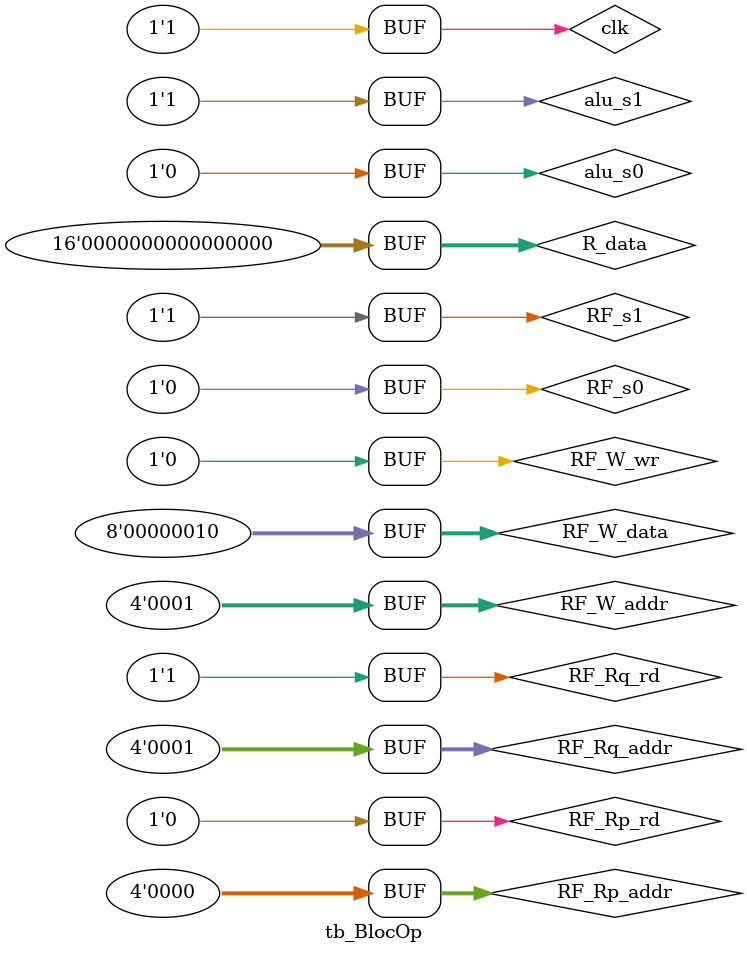
<source format=sv>

module tb_BlocOp();
    logic       clk;
    logic [15:0] R_data;
    logic [7:0] RF_W_data;
    logic       RF_s1;
    logic       RF_s0;
    logic [3:0] RF_W_addr;
    logic       RF_W_wr;
    logic [3:0] RF_Rp_addr;
    logic       RF_Rp_rd;
    logic [3:0] RF_Rq_addr;
    logic       RF_Rq_rd;
    logic       alu_s1;
    logic       alu_s0;
    logic [15:0] W_data;
    logic        RF_Rp_zero;
    
    
    DataPath dut(clk, R_data, RF_W_data, RF_s1, RF_s0, RF_W_addr, RF_W_wr, RF_Rp_addr, RF_Rp_rd, RF_Rq_addr, RF_Rq_rd, alu_s1, alu_s0, W_data, RF_Rp_zero);
    
    always
    begin
      clk <= 0; # 5; clk <= 1; # 5;
    end
    
     initial begin
        R_data = 0; RF_W_data = 5; RF_W_addr = 0; RF_W_wr = 1; RF_s1 = 1; RF_s0 = 0; #10;
        RF_W_data = 2; RF_W_addr = 1; RF_W_wr = 1; RF_s1 = 1; RF_s0 = 0; #10;
        
        RF_W_wr = 0; 
        
        RF_Rp_addr = 0; RF_Rp_rd = 1; #10;
        RF_Rp_rd = 0;
        RF_Rq_addr = 1; RF_Rq_rd = 1; #10;
        
        //RF_Rp_rd = 0;
        
        alu_s1 = 0; alu_s0 = 0; #10;
        alu_s1 = 0; alu_s0 = 1; #10;
        alu_s1 = 1; alu_s0 = 0; #10;
        
        
    end

endmodule

</source>
